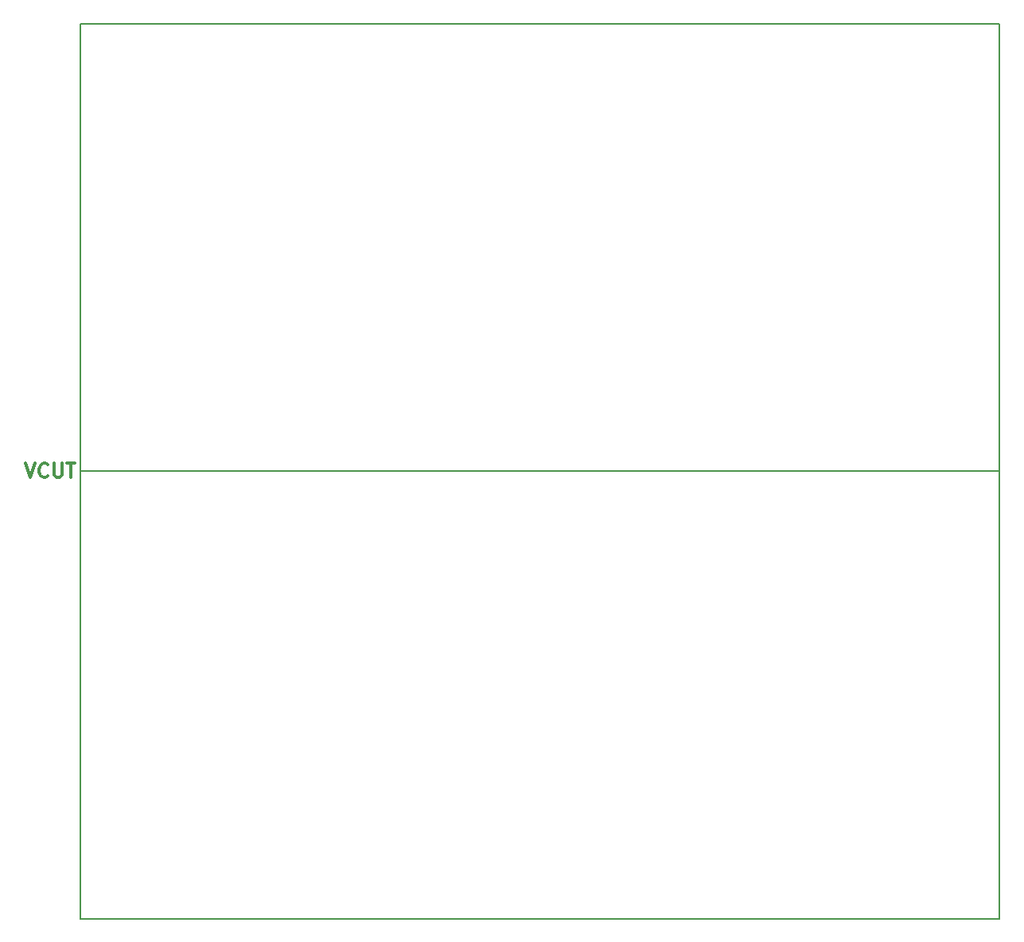
<source format=gbr>
G04 #@! TF.FileFunction,Other,User*
%FSLAX46Y46*%
G04 Gerber Fmt 4.6, Leading zero omitted, Abs format (unit mm)*
G04 Created by KiCad (PCBNEW 4.0.4+e1-6308~48~ubuntu16.04.1-stable) date Sun Jan 29 14:42:06 2017*
%MOMM*%
%LPD*%
G01*
G04 APERTURE LIST*
%ADD10C,0.100000*%
%ADD11C,0.200000*%
%ADD12C,0.300000*%
G04 APERTURE END LIST*
D10*
D11*
X149765000Y-63135000D02*
X51975000Y-63135000D01*
X51975000Y-110760000D02*
X149765000Y-110760000D01*
X51975000Y-63135000D02*
X51975000Y-158385000D01*
X149765000Y-158385000D02*
X149765000Y-63135000D01*
X51975000Y-158385000D02*
X149765000Y-158385000D01*
D12*
X46192857Y-109938571D02*
X46692857Y-111438571D01*
X47192857Y-109938571D01*
X48550000Y-111295714D02*
X48478571Y-111367143D01*
X48264285Y-111438571D01*
X48121428Y-111438571D01*
X47907143Y-111367143D01*
X47764285Y-111224286D01*
X47692857Y-111081429D01*
X47621428Y-110795714D01*
X47621428Y-110581429D01*
X47692857Y-110295714D01*
X47764285Y-110152857D01*
X47907143Y-110010000D01*
X48121428Y-109938571D01*
X48264285Y-109938571D01*
X48478571Y-110010000D01*
X48550000Y-110081429D01*
X49192857Y-109938571D02*
X49192857Y-111152857D01*
X49264285Y-111295714D01*
X49335714Y-111367143D01*
X49478571Y-111438571D01*
X49764285Y-111438571D01*
X49907143Y-111367143D01*
X49978571Y-111295714D01*
X50050000Y-111152857D01*
X50050000Y-109938571D01*
X50550000Y-109938571D02*
X51407143Y-109938571D01*
X50978572Y-111438571D02*
X50978572Y-109938571D01*
M02*

</source>
